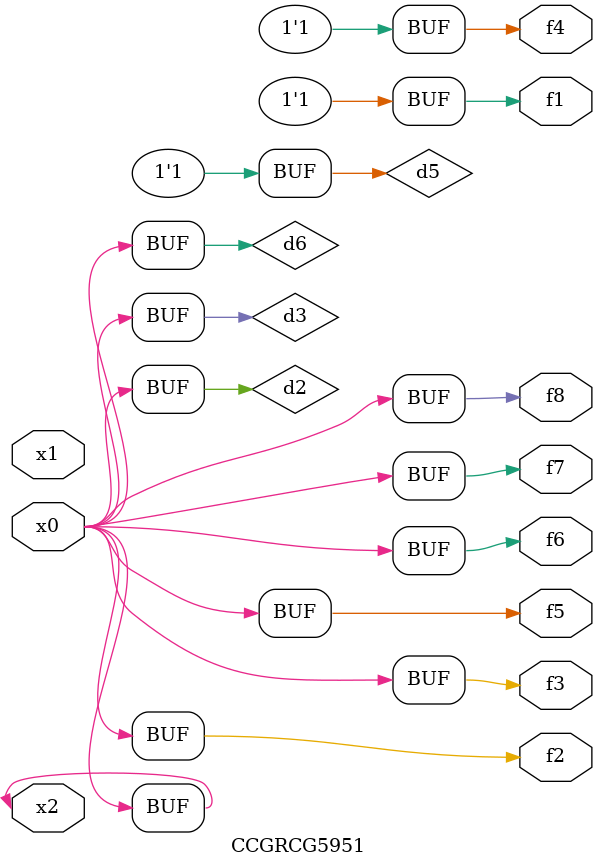
<source format=v>
module CCGRCG5951(
	input x0, x1, x2,
	output f1, f2, f3, f4, f5, f6, f7, f8
);

	wire d1, d2, d3, d4, d5, d6;

	xnor (d1, x2);
	buf (d2, x0, x2);
	and (d3, x0);
	xnor (d4, x1, x2);
	nand (d5, d1, d3);
	buf (d6, d2, d3);
	assign f1 = d5;
	assign f2 = d6;
	assign f3 = d6;
	assign f4 = d5;
	assign f5 = d6;
	assign f6 = d6;
	assign f7 = d6;
	assign f8 = d6;
endmodule

</source>
